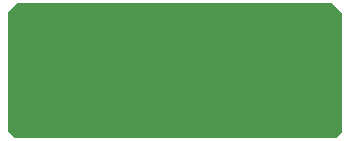
<source format=gbr>
%TF.GenerationSoftware,Altium Limited,Altium Designer,25.8.1 (18)*%
G04 Layer_Physical_Order=2*
G04 Layer_Color=16711680*
%FSLAX45Y45*%
%MOMM*%
%TF.SameCoordinates,4152F094-1ACA-4120-A70E-F31CC435705F*%
%TF.FilePolarity,Positive*%
%TF.FileFunction,Copper,L2,Bot,Signal*%
%TF.Part,Single*%
G01*
G75*
%TA.AperFunction,ViaPad*%
%ADD17C,0.70000*%
G36*
X2860627Y1019264D02*
Y13819D01*
X2814222Y-32587D01*
X82946D01*
X78526Y-28167D01*
X36540Y13819D01*
X34330Y16028D01*
Y1028103D01*
X109463Y1103235D01*
X2776656D01*
X2860627Y1019264D01*
D02*
G37*
D17*
X1050000Y287468D02*
D03*
X1192819Y497556D02*
D03*
X2356880Y562273D02*
D03*
X1754331Y294384D02*
D03*
X826252Y437500D02*
D03*
%TF.MD5,0ae981831bae322020a45b00773d5bb9*%
M02*

</source>
